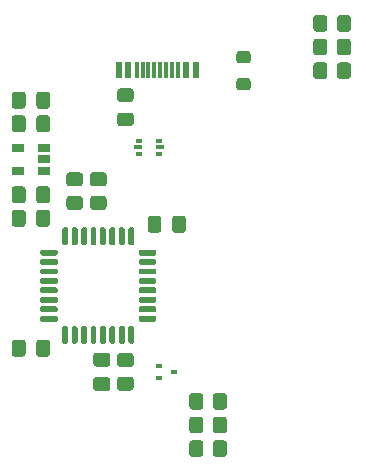
<source format=gbr>
%TF.GenerationSoftware,KiCad,Pcbnew,5.1.10*%
%TF.CreationDate,2021-10-11T19:57:22-04:00*%
%TF.ProjectId,6_key_macro,365f6b65-795f-46d6-9163-726f2e6b6963,rev?*%
%TF.SameCoordinates,Original*%
%TF.FileFunction,Paste,Top*%
%TF.FilePolarity,Positive*%
%FSLAX46Y46*%
G04 Gerber Fmt 4.6, Leading zero omitted, Abs format (unit mm)*
G04 Created by KiCad (PCBNEW 5.1.10) date 2021-10-11 19:57:22*
%MOMM*%
%LPD*%
G01*
G04 APERTURE LIST*
%ADD10R,1.060000X0.650000*%
%ADD11R,0.510000X0.400000*%
%ADD12R,0.500000X0.375000*%
%ADD13R,0.650000X0.300000*%
%ADD14R,0.600000X1.450000*%
%ADD15R,0.300000X1.450000*%
G04 APERTURE END LIST*
D10*
%TO.C,U3*%
X58400000Y-129950000D03*
X58400000Y-128050000D03*
X60600000Y-128050000D03*
X60600000Y-129000000D03*
X60600000Y-129950000D03*
%TD*%
%TO.C,R9*%
G36*
G01*
X74100000Y-153049999D02*
X74100000Y-153950001D01*
G75*
G02*
X73850001Y-154200000I-249999J0D01*
G01*
X73149999Y-154200000D01*
G75*
G02*
X72900000Y-153950001I0J249999D01*
G01*
X72900000Y-153049999D01*
G75*
G02*
X73149999Y-152800000I249999J0D01*
G01*
X73850001Y-152800000D01*
G75*
G02*
X74100000Y-153049999I0J-249999D01*
G01*
G37*
G36*
G01*
X76100000Y-153049999D02*
X76100000Y-153950001D01*
G75*
G02*
X75850001Y-154200000I-249999J0D01*
G01*
X75149999Y-154200000D01*
G75*
G02*
X74900000Y-153950001I0J249999D01*
G01*
X74900000Y-153049999D01*
G75*
G02*
X75149999Y-152800000I249999J0D01*
G01*
X75850001Y-152800000D01*
G75*
G02*
X76100000Y-153049999I0J-249999D01*
G01*
G37*
%TD*%
%TO.C,R8*%
G36*
G01*
X84600000Y-117049999D02*
X84600000Y-117950001D01*
G75*
G02*
X84350001Y-118200000I-249999J0D01*
G01*
X83649999Y-118200000D01*
G75*
G02*
X83400000Y-117950001I0J249999D01*
G01*
X83400000Y-117049999D01*
G75*
G02*
X83649999Y-116800000I249999J0D01*
G01*
X84350001Y-116800000D01*
G75*
G02*
X84600000Y-117049999I0J-249999D01*
G01*
G37*
G36*
G01*
X86600000Y-117049999D02*
X86600000Y-117950001D01*
G75*
G02*
X86350001Y-118200000I-249999J0D01*
G01*
X85649999Y-118200000D01*
G75*
G02*
X85400000Y-117950001I0J249999D01*
G01*
X85400000Y-117049999D01*
G75*
G02*
X85649999Y-116800000I249999J0D01*
G01*
X86350001Y-116800000D01*
G75*
G02*
X86600000Y-117049999I0J-249999D01*
G01*
G37*
%TD*%
%TO.C,R7*%
G36*
G01*
X84600000Y-119049999D02*
X84600000Y-119950001D01*
G75*
G02*
X84350001Y-120200000I-249999J0D01*
G01*
X83649999Y-120200000D01*
G75*
G02*
X83400000Y-119950001I0J249999D01*
G01*
X83400000Y-119049999D01*
G75*
G02*
X83649999Y-118800000I249999J0D01*
G01*
X84350001Y-118800000D01*
G75*
G02*
X84600000Y-119049999I0J-249999D01*
G01*
G37*
G36*
G01*
X86600000Y-119049999D02*
X86600000Y-119950001D01*
G75*
G02*
X86350001Y-120200000I-249999J0D01*
G01*
X85649999Y-120200000D01*
G75*
G02*
X85400000Y-119950001I0J249999D01*
G01*
X85400000Y-119049999D01*
G75*
G02*
X85649999Y-118800000I249999J0D01*
G01*
X86350001Y-118800000D01*
G75*
G02*
X86600000Y-119049999I0J-249999D01*
G01*
G37*
%TD*%
%TO.C,R6*%
G36*
G01*
X74100000Y-151049999D02*
X74100000Y-151950001D01*
G75*
G02*
X73850001Y-152200000I-249999J0D01*
G01*
X73149999Y-152200000D01*
G75*
G02*
X72900000Y-151950001I0J249999D01*
G01*
X72900000Y-151049999D01*
G75*
G02*
X73149999Y-150800000I249999J0D01*
G01*
X73850001Y-150800000D01*
G75*
G02*
X74100000Y-151049999I0J-249999D01*
G01*
G37*
G36*
G01*
X76100000Y-151049999D02*
X76100000Y-151950001D01*
G75*
G02*
X75850001Y-152200000I-249999J0D01*
G01*
X75149999Y-152200000D01*
G75*
G02*
X74900000Y-151950001I0J249999D01*
G01*
X74900000Y-151049999D01*
G75*
G02*
X75149999Y-150800000I249999J0D01*
G01*
X75850001Y-150800000D01*
G75*
G02*
X76100000Y-151049999I0J-249999D01*
G01*
G37*
%TD*%
%TO.C,R5*%
G36*
G01*
X84600000Y-121049999D02*
X84600000Y-121950001D01*
G75*
G02*
X84350001Y-122200000I-249999J0D01*
G01*
X83649999Y-122200000D01*
G75*
G02*
X83400000Y-121950001I0J249999D01*
G01*
X83400000Y-121049999D01*
G75*
G02*
X83649999Y-120800000I249999J0D01*
G01*
X84350001Y-120800000D01*
G75*
G02*
X84600000Y-121049999I0J-249999D01*
G01*
G37*
G36*
G01*
X86600000Y-121049999D02*
X86600000Y-121950001D01*
G75*
G02*
X86350001Y-122200000I-249999J0D01*
G01*
X85649999Y-122200000D01*
G75*
G02*
X85400000Y-121950001I0J249999D01*
G01*
X85400000Y-121049999D01*
G75*
G02*
X85649999Y-120800000I249999J0D01*
G01*
X86350001Y-120800000D01*
G75*
G02*
X86600000Y-121049999I0J-249999D01*
G01*
G37*
%TD*%
%TO.C,R4*%
G36*
G01*
X74100000Y-149049999D02*
X74100000Y-149950001D01*
G75*
G02*
X73850001Y-150200000I-249999J0D01*
G01*
X73149999Y-150200000D01*
G75*
G02*
X72900000Y-149950001I0J249999D01*
G01*
X72900000Y-149049999D01*
G75*
G02*
X73149999Y-148800000I249999J0D01*
G01*
X73850001Y-148800000D01*
G75*
G02*
X74100000Y-149049999I0J-249999D01*
G01*
G37*
G36*
G01*
X76100000Y-149049999D02*
X76100000Y-149950001D01*
G75*
G02*
X75850001Y-150200000I-249999J0D01*
G01*
X75149999Y-150200000D01*
G75*
G02*
X74900000Y-149950001I0J249999D01*
G01*
X74900000Y-149049999D01*
G75*
G02*
X75149999Y-148800000I249999J0D01*
G01*
X75850001Y-148800000D01*
G75*
G02*
X76100000Y-149049999I0J-249999D01*
G01*
G37*
%TD*%
%TO.C,R3*%
G36*
G01*
X67950001Y-146600000D02*
X67049999Y-146600000D01*
G75*
G02*
X66800000Y-146350001I0J249999D01*
G01*
X66800000Y-145649999D01*
G75*
G02*
X67049999Y-145400000I249999J0D01*
G01*
X67950001Y-145400000D01*
G75*
G02*
X68200000Y-145649999I0J-249999D01*
G01*
X68200000Y-146350001D01*
G75*
G02*
X67950001Y-146600000I-249999J0D01*
G01*
G37*
G36*
G01*
X67950001Y-148600000D02*
X67049999Y-148600000D01*
G75*
G02*
X66800000Y-148350001I0J249999D01*
G01*
X66800000Y-147649999D01*
G75*
G02*
X67049999Y-147400000I249999J0D01*
G01*
X67950001Y-147400000D01*
G75*
G02*
X68200000Y-147649999I0J-249999D01*
G01*
X68200000Y-148350001D01*
G75*
G02*
X67950001Y-148600000I-249999J0D01*
G01*
G37*
%TD*%
D11*
%TO.C,Q1*%
X70355000Y-147500000D03*
X71645000Y-147000000D03*
X70355000Y-146500000D03*
%TD*%
%TO.C,C7*%
G36*
G01*
X59950000Y-134475000D02*
X59950000Y-133525000D01*
G75*
G02*
X60200000Y-133275000I250000J0D01*
G01*
X60875000Y-133275000D01*
G75*
G02*
X61125000Y-133525000I0J-250000D01*
G01*
X61125000Y-134475000D01*
G75*
G02*
X60875000Y-134725000I-250000J0D01*
G01*
X60200000Y-134725000D01*
G75*
G02*
X59950000Y-134475000I0J250000D01*
G01*
G37*
G36*
G01*
X57875000Y-134475000D02*
X57875000Y-133525000D01*
G75*
G02*
X58125000Y-133275000I250000J0D01*
G01*
X58800000Y-133275000D01*
G75*
G02*
X59050000Y-133525000I0J-250000D01*
G01*
X59050000Y-134475000D01*
G75*
G02*
X58800000Y-134725000I-250000J0D01*
G01*
X58125000Y-134725000D01*
G75*
G02*
X57875000Y-134475000I0J250000D01*
G01*
G37*
%TD*%
%TO.C,C6*%
G36*
G01*
X59950000Y-132475000D02*
X59950000Y-131525000D01*
G75*
G02*
X60200000Y-131275000I250000J0D01*
G01*
X60875000Y-131275000D01*
G75*
G02*
X61125000Y-131525000I0J-250000D01*
G01*
X61125000Y-132475000D01*
G75*
G02*
X60875000Y-132725000I-250000J0D01*
G01*
X60200000Y-132725000D01*
G75*
G02*
X59950000Y-132475000I0J250000D01*
G01*
G37*
G36*
G01*
X57875000Y-132475000D02*
X57875000Y-131525000D01*
G75*
G02*
X58125000Y-131275000I250000J0D01*
G01*
X58800000Y-131275000D01*
G75*
G02*
X59050000Y-131525000I0J-250000D01*
G01*
X59050000Y-132475000D01*
G75*
G02*
X58800000Y-132725000I-250000J0D01*
G01*
X58125000Y-132725000D01*
G75*
G02*
X57875000Y-132475000I0J250000D01*
G01*
G37*
%TD*%
%TO.C,C5*%
G36*
G01*
X59050000Y-123525000D02*
X59050000Y-124475000D01*
G75*
G02*
X58800000Y-124725000I-250000J0D01*
G01*
X58125000Y-124725000D01*
G75*
G02*
X57875000Y-124475000I0J250000D01*
G01*
X57875000Y-123525000D01*
G75*
G02*
X58125000Y-123275000I250000J0D01*
G01*
X58800000Y-123275000D01*
G75*
G02*
X59050000Y-123525000I0J-250000D01*
G01*
G37*
G36*
G01*
X61125000Y-123525000D02*
X61125000Y-124475000D01*
G75*
G02*
X60875000Y-124725000I-250000J0D01*
G01*
X60200000Y-124725000D01*
G75*
G02*
X59950000Y-124475000I0J250000D01*
G01*
X59950000Y-123525000D01*
G75*
G02*
X60200000Y-123275000I250000J0D01*
G01*
X60875000Y-123275000D01*
G75*
G02*
X61125000Y-123525000I0J-250000D01*
G01*
G37*
%TD*%
%TO.C,C4*%
G36*
G01*
X59050000Y-125525000D02*
X59050000Y-126475000D01*
G75*
G02*
X58800000Y-126725000I-250000J0D01*
G01*
X58125000Y-126725000D01*
G75*
G02*
X57875000Y-126475000I0J250000D01*
G01*
X57875000Y-125525000D01*
G75*
G02*
X58125000Y-125275000I250000J0D01*
G01*
X58800000Y-125275000D01*
G75*
G02*
X59050000Y-125525000I0J-250000D01*
G01*
G37*
G36*
G01*
X61125000Y-125525000D02*
X61125000Y-126475000D01*
G75*
G02*
X60875000Y-126725000I-250000J0D01*
G01*
X60200000Y-126725000D01*
G75*
G02*
X59950000Y-126475000I0J250000D01*
G01*
X59950000Y-125525000D01*
G75*
G02*
X60200000Y-125275000I250000J0D01*
G01*
X60875000Y-125275000D01*
G75*
G02*
X61125000Y-125525000I0J-250000D01*
G01*
G37*
%TD*%
%TO.C,U1*%
G36*
G01*
X61650000Y-142750000D02*
X60400000Y-142750000D01*
G75*
G02*
X60275000Y-142625000I0J125000D01*
G01*
X60275000Y-142375000D01*
G75*
G02*
X60400000Y-142250000I125000J0D01*
G01*
X61650000Y-142250000D01*
G75*
G02*
X61775000Y-142375000I0J-125000D01*
G01*
X61775000Y-142625000D01*
G75*
G02*
X61650000Y-142750000I-125000J0D01*
G01*
G37*
G36*
G01*
X61650000Y-141950000D02*
X60400000Y-141950000D01*
G75*
G02*
X60275000Y-141825000I0J125000D01*
G01*
X60275000Y-141575000D01*
G75*
G02*
X60400000Y-141450000I125000J0D01*
G01*
X61650000Y-141450000D01*
G75*
G02*
X61775000Y-141575000I0J-125000D01*
G01*
X61775000Y-141825000D01*
G75*
G02*
X61650000Y-141950000I-125000J0D01*
G01*
G37*
G36*
G01*
X61650000Y-141150000D02*
X60400000Y-141150000D01*
G75*
G02*
X60275000Y-141025000I0J125000D01*
G01*
X60275000Y-140775000D01*
G75*
G02*
X60400000Y-140650000I125000J0D01*
G01*
X61650000Y-140650000D01*
G75*
G02*
X61775000Y-140775000I0J-125000D01*
G01*
X61775000Y-141025000D01*
G75*
G02*
X61650000Y-141150000I-125000J0D01*
G01*
G37*
G36*
G01*
X61650000Y-140350000D02*
X60400000Y-140350000D01*
G75*
G02*
X60275000Y-140225000I0J125000D01*
G01*
X60275000Y-139975000D01*
G75*
G02*
X60400000Y-139850000I125000J0D01*
G01*
X61650000Y-139850000D01*
G75*
G02*
X61775000Y-139975000I0J-125000D01*
G01*
X61775000Y-140225000D01*
G75*
G02*
X61650000Y-140350000I-125000J0D01*
G01*
G37*
G36*
G01*
X61650000Y-139550000D02*
X60400000Y-139550000D01*
G75*
G02*
X60275000Y-139425000I0J125000D01*
G01*
X60275000Y-139175000D01*
G75*
G02*
X60400000Y-139050000I125000J0D01*
G01*
X61650000Y-139050000D01*
G75*
G02*
X61775000Y-139175000I0J-125000D01*
G01*
X61775000Y-139425000D01*
G75*
G02*
X61650000Y-139550000I-125000J0D01*
G01*
G37*
G36*
G01*
X61650000Y-138750000D02*
X60400000Y-138750000D01*
G75*
G02*
X60275000Y-138625000I0J125000D01*
G01*
X60275000Y-138375000D01*
G75*
G02*
X60400000Y-138250000I125000J0D01*
G01*
X61650000Y-138250000D01*
G75*
G02*
X61775000Y-138375000I0J-125000D01*
G01*
X61775000Y-138625000D01*
G75*
G02*
X61650000Y-138750000I-125000J0D01*
G01*
G37*
G36*
G01*
X61650000Y-137950000D02*
X60400000Y-137950000D01*
G75*
G02*
X60275000Y-137825000I0J125000D01*
G01*
X60275000Y-137575000D01*
G75*
G02*
X60400000Y-137450000I125000J0D01*
G01*
X61650000Y-137450000D01*
G75*
G02*
X61775000Y-137575000I0J-125000D01*
G01*
X61775000Y-137825000D01*
G75*
G02*
X61650000Y-137950000I-125000J0D01*
G01*
G37*
G36*
G01*
X61650000Y-137150000D02*
X60400000Y-137150000D01*
G75*
G02*
X60275000Y-137025000I0J125000D01*
G01*
X60275000Y-136775000D01*
G75*
G02*
X60400000Y-136650000I125000J0D01*
G01*
X61650000Y-136650000D01*
G75*
G02*
X61775000Y-136775000I0J-125000D01*
G01*
X61775000Y-137025000D01*
G75*
G02*
X61650000Y-137150000I-125000J0D01*
G01*
G37*
G36*
G01*
X62525000Y-136275000D02*
X62275000Y-136275000D01*
G75*
G02*
X62150000Y-136150000I0J125000D01*
G01*
X62150000Y-134900000D01*
G75*
G02*
X62275000Y-134775000I125000J0D01*
G01*
X62525000Y-134775000D01*
G75*
G02*
X62650000Y-134900000I0J-125000D01*
G01*
X62650000Y-136150000D01*
G75*
G02*
X62525000Y-136275000I-125000J0D01*
G01*
G37*
G36*
G01*
X63325000Y-136275000D02*
X63075000Y-136275000D01*
G75*
G02*
X62950000Y-136150000I0J125000D01*
G01*
X62950000Y-134900000D01*
G75*
G02*
X63075000Y-134775000I125000J0D01*
G01*
X63325000Y-134775000D01*
G75*
G02*
X63450000Y-134900000I0J-125000D01*
G01*
X63450000Y-136150000D01*
G75*
G02*
X63325000Y-136275000I-125000J0D01*
G01*
G37*
G36*
G01*
X64125000Y-136275000D02*
X63875000Y-136275000D01*
G75*
G02*
X63750000Y-136150000I0J125000D01*
G01*
X63750000Y-134900000D01*
G75*
G02*
X63875000Y-134775000I125000J0D01*
G01*
X64125000Y-134775000D01*
G75*
G02*
X64250000Y-134900000I0J-125000D01*
G01*
X64250000Y-136150000D01*
G75*
G02*
X64125000Y-136275000I-125000J0D01*
G01*
G37*
G36*
G01*
X64925000Y-136275000D02*
X64675000Y-136275000D01*
G75*
G02*
X64550000Y-136150000I0J125000D01*
G01*
X64550000Y-134900000D01*
G75*
G02*
X64675000Y-134775000I125000J0D01*
G01*
X64925000Y-134775000D01*
G75*
G02*
X65050000Y-134900000I0J-125000D01*
G01*
X65050000Y-136150000D01*
G75*
G02*
X64925000Y-136275000I-125000J0D01*
G01*
G37*
G36*
G01*
X65725000Y-136275000D02*
X65475000Y-136275000D01*
G75*
G02*
X65350000Y-136150000I0J125000D01*
G01*
X65350000Y-134900000D01*
G75*
G02*
X65475000Y-134775000I125000J0D01*
G01*
X65725000Y-134775000D01*
G75*
G02*
X65850000Y-134900000I0J-125000D01*
G01*
X65850000Y-136150000D01*
G75*
G02*
X65725000Y-136275000I-125000J0D01*
G01*
G37*
G36*
G01*
X66525000Y-136275000D02*
X66275000Y-136275000D01*
G75*
G02*
X66150000Y-136150000I0J125000D01*
G01*
X66150000Y-134900000D01*
G75*
G02*
X66275000Y-134775000I125000J0D01*
G01*
X66525000Y-134775000D01*
G75*
G02*
X66650000Y-134900000I0J-125000D01*
G01*
X66650000Y-136150000D01*
G75*
G02*
X66525000Y-136275000I-125000J0D01*
G01*
G37*
G36*
G01*
X67325000Y-136275000D02*
X67075000Y-136275000D01*
G75*
G02*
X66950000Y-136150000I0J125000D01*
G01*
X66950000Y-134900000D01*
G75*
G02*
X67075000Y-134775000I125000J0D01*
G01*
X67325000Y-134775000D01*
G75*
G02*
X67450000Y-134900000I0J-125000D01*
G01*
X67450000Y-136150000D01*
G75*
G02*
X67325000Y-136275000I-125000J0D01*
G01*
G37*
G36*
G01*
X68125000Y-136275000D02*
X67875000Y-136275000D01*
G75*
G02*
X67750000Y-136150000I0J125000D01*
G01*
X67750000Y-134900000D01*
G75*
G02*
X67875000Y-134775000I125000J0D01*
G01*
X68125000Y-134775000D01*
G75*
G02*
X68250000Y-134900000I0J-125000D01*
G01*
X68250000Y-136150000D01*
G75*
G02*
X68125000Y-136275000I-125000J0D01*
G01*
G37*
G36*
G01*
X70000000Y-137150000D02*
X68750000Y-137150000D01*
G75*
G02*
X68625000Y-137025000I0J125000D01*
G01*
X68625000Y-136775000D01*
G75*
G02*
X68750000Y-136650000I125000J0D01*
G01*
X70000000Y-136650000D01*
G75*
G02*
X70125000Y-136775000I0J-125000D01*
G01*
X70125000Y-137025000D01*
G75*
G02*
X70000000Y-137150000I-125000J0D01*
G01*
G37*
G36*
G01*
X70000000Y-137950000D02*
X68750000Y-137950000D01*
G75*
G02*
X68625000Y-137825000I0J125000D01*
G01*
X68625000Y-137575000D01*
G75*
G02*
X68750000Y-137450000I125000J0D01*
G01*
X70000000Y-137450000D01*
G75*
G02*
X70125000Y-137575000I0J-125000D01*
G01*
X70125000Y-137825000D01*
G75*
G02*
X70000000Y-137950000I-125000J0D01*
G01*
G37*
G36*
G01*
X70000000Y-138750000D02*
X68750000Y-138750000D01*
G75*
G02*
X68625000Y-138625000I0J125000D01*
G01*
X68625000Y-138375000D01*
G75*
G02*
X68750000Y-138250000I125000J0D01*
G01*
X70000000Y-138250000D01*
G75*
G02*
X70125000Y-138375000I0J-125000D01*
G01*
X70125000Y-138625000D01*
G75*
G02*
X70000000Y-138750000I-125000J0D01*
G01*
G37*
G36*
G01*
X70000000Y-139550000D02*
X68750000Y-139550000D01*
G75*
G02*
X68625000Y-139425000I0J125000D01*
G01*
X68625000Y-139175000D01*
G75*
G02*
X68750000Y-139050000I125000J0D01*
G01*
X70000000Y-139050000D01*
G75*
G02*
X70125000Y-139175000I0J-125000D01*
G01*
X70125000Y-139425000D01*
G75*
G02*
X70000000Y-139550000I-125000J0D01*
G01*
G37*
G36*
G01*
X70000000Y-140350000D02*
X68750000Y-140350000D01*
G75*
G02*
X68625000Y-140225000I0J125000D01*
G01*
X68625000Y-139975000D01*
G75*
G02*
X68750000Y-139850000I125000J0D01*
G01*
X70000000Y-139850000D01*
G75*
G02*
X70125000Y-139975000I0J-125000D01*
G01*
X70125000Y-140225000D01*
G75*
G02*
X70000000Y-140350000I-125000J0D01*
G01*
G37*
G36*
G01*
X70000000Y-141150000D02*
X68750000Y-141150000D01*
G75*
G02*
X68625000Y-141025000I0J125000D01*
G01*
X68625000Y-140775000D01*
G75*
G02*
X68750000Y-140650000I125000J0D01*
G01*
X70000000Y-140650000D01*
G75*
G02*
X70125000Y-140775000I0J-125000D01*
G01*
X70125000Y-141025000D01*
G75*
G02*
X70000000Y-141150000I-125000J0D01*
G01*
G37*
G36*
G01*
X70000000Y-141950000D02*
X68750000Y-141950000D01*
G75*
G02*
X68625000Y-141825000I0J125000D01*
G01*
X68625000Y-141575000D01*
G75*
G02*
X68750000Y-141450000I125000J0D01*
G01*
X70000000Y-141450000D01*
G75*
G02*
X70125000Y-141575000I0J-125000D01*
G01*
X70125000Y-141825000D01*
G75*
G02*
X70000000Y-141950000I-125000J0D01*
G01*
G37*
G36*
G01*
X70000000Y-142750000D02*
X68750000Y-142750000D01*
G75*
G02*
X68625000Y-142625000I0J125000D01*
G01*
X68625000Y-142375000D01*
G75*
G02*
X68750000Y-142250000I125000J0D01*
G01*
X70000000Y-142250000D01*
G75*
G02*
X70125000Y-142375000I0J-125000D01*
G01*
X70125000Y-142625000D01*
G75*
G02*
X70000000Y-142750000I-125000J0D01*
G01*
G37*
G36*
G01*
X68125000Y-144625000D02*
X67875000Y-144625000D01*
G75*
G02*
X67750000Y-144500000I0J125000D01*
G01*
X67750000Y-143250000D01*
G75*
G02*
X67875000Y-143125000I125000J0D01*
G01*
X68125000Y-143125000D01*
G75*
G02*
X68250000Y-143250000I0J-125000D01*
G01*
X68250000Y-144500000D01*
G75*
G02*
X68125000Y-144625000I-125000J0D01*
G01*
G37*
G36*
G01*
X67325000Y-144625000D02*
X67075000Y-144625000D01*
G75*
G02*
X66950000Y-144500000I0J125000D01*
G01*
X66950000Y-143250000D01*
G75*
G02*
X67075000Y-143125000I125000J0D01*
G01*
X67325000Y-143125000D01*
G75*
G02*
X67450000Y-143250000I0J-125000D01*
G01*
X67450000Y-144500000D01*
G75*
G02*
X67325000Y-144625000I-125000J0D01*
G01*
G37*
G36*
G01*
X66525000Y-144625000D02*
X66275000Y-144625000D01*
G75*
G02*
X66150000Y-144500000I0J125000D01*
G01*
X66150000Y-143250000D01*
G75*
G02*
X66275000Y-143125000I125000J0D01*
G01*
X66525000Y-143125000D01*
G75*
G02*
X66650000Y-143250000I0J-125000D01*
G01*
X66650000Y-144500000D01*
G75*
G02*
X66525000Y-144625000I-125000J0D01*
G01*
G37*
G36*
G01*
X65725000Y-144625000D02*
X65475000Y-144625000D01*
G75*
G02*
X65350000Y-144500000I0J125000D01*
G01*
X65350000Y-143250000D01*
G75*
G02*
X65475000Y-143125000I125000J0D01*
G01*
X65725000Y-143125000D01*
G75*
G02*
X65850000Y-143250000I0J-125000D01*
G01*
X65850000Y-144500000D01*
G75*
G02*
X65725000Y-144625000I-125000J0D01*
G01*
G37*
G36*
G01*
X64925000Y-144625000D02*
X64675000Y-144625000D01*
G75*
G02*
X64550000Y-144500000I0J125000D01*
G01*
X64550000Y-143250000D01*
G75*
G02*
X64675000Y-143125000I125000J0D01*
G01*
X64925000Y-143125000D01*
G75*
G02*
X65050000Y-143250000I0J-125000D01*
G01*
X65050000Y-144500000D01*
G75*
G02*
X64925000Y-144625000I-125000J0D01*
G01*
G37*
G36*
G01*
X64125000Y-144625000D02*
X63875000Y-144625000D01*
G75*
G02*
X63750000Y-144500000I0J125000D01*
G01*
X63750000Y-143250000D01*
G75*
G02*
X63875000Y-143125000I125000J0D01*
G01*
X64125000Y-143125000D01*
G75*
G02*
X64250000Y-143250000I0J-125000D01*
G01*
X64250000Y-144500000D01*
G75*
G02*
X64125000Y-144625000I-125000J0D01*
G01*
G37*
G36*
G01*
X63325000Y-144625000D02*
X63075000Y-144625000D01*
G75*
G02*
X62950000Y-144500000I0J125000D01*
G01*
X62950000Y-143250000D01*
G75*
G02*
X63075000Y-143125000I125000J0D01*
G01*
X63325000Y-143125000D01*
G75*
G02*
X63450000Y-143250000I0J-125000D01*
G01*
X63450000Y-144500000D01*
G75*
G02*
X63325000Y-144625000I-125000J0D01*
G01*
G37*
G36*
G01*
X62525000Y-144625000D02*
X62275000Y-144625000D01*
G75*
G02*
X62150000Y-144500000I0J125000D01*
G01*
X62150000Y-143250000D01*
G75*
G02*
X62275000Y-143125000I125000J0D01*
G01*
X62525000Y-143125000D01*
G75*
G02*
X62650000Y-143250000I0J-125000D01*
G01*
X62650000Y-144500000D01*
G75*
G02*
X62525000Y-144625000I-125000J0D01*
G01*
G37*
%TD*%
%TO.C,R1*%
G36*
G01*
X64749999Y-132100000D02*
X65650001Y-132100000D01*
G75*
G02*
X65900000Y-132349999I0J-249999D01*
G01*
X65900000Y-133050001D01*
G75*
G02*
X65650001Y-133300000I-249999J0D01*
G01*
X64749999Y-133300000D01*
G75*
G02*
X64500000Y-133050001I0J249999D01*
G01*
X64500000Y-132349999D01*
G75*
G02*
X64749999Y-132100000I249999J0D01*
G01*
G37*
G36*
G01*
X64749999Y-130100000D02*
X65650001Y-130100000D01*
G75*
G02*
X65900000Y-130349999I0J-249999D01*
G01*
X65900000Y-131050001D01*
G75*
G02*
X65650001Y-131300000I-249999J0D01*
G01*
X64749999Y-131300000D01*
G75*
G02*
X64500000Y-131050001I0J249999D01*
G01*
X64500000Y-130349999D01*
G75*
G02*
X64749999Y-130100000I249999J0D01*
G01*
G37*
%TD*%
%TO.C,R2*%
G36*
G01*
X62749999Y-132100000D02*
X63650001Y-132100000D01*
G75*
G02*
X63900000Y-132349999I0J-249999D01*
G01*
X63900000Y-133050001D01*
G75*
G02*
X63650001Y-133300000I-249999J0D01*
G01*
X62749999Y-133300000D01*
G75*
G02*
X62500000Y-133050001I0J249999D01*
G01*
X62500000Y-132349999D01*
G75*
G02*
X62749999Y-132100000I249999J0D01*
G01*
G37*
G36*
G01*
X62749999Y-130100000D02*
X63650001Y-130100000D01*
G75*
G02*
X63900000Y-130349999I0J-249999D01*
G01*
X63900000Y-131050001D01*
G75*
G02*
X63650001Y-131300000I-249999J0D01*
G01*
X62749999Y-131300000D01*
G75*
G02*
X62500000Y-131050001I0J249999D01*
G01*
X62500000Y-130349999D01*
G75*
G02*
X62749999Y-130100000I249999J0D01*
G01*
G37*
%TD*%
%TO.C,C3*%
G36*
G01*
X65025000Y-147450000D02*
X65975000Y-147450000D01*
G75*
G02*
X66225000Y-147700000I0J-250000D01*
G01*
X66225000Y-148375000D01*
G75*
G02*
X65975000Y-148625000I-250000J0D01*
G01*
X65025000Y-148625000D01*
G75*
G02*
X64775000Y-148375000I0J250000D01*
G01*
X64775000Y-147700000D01*
G75*
G02*
X65025000Y-147450000I250000J0D01*
G01*
G37*
G36*
G01*
X65025000Y-145375000D02*
X65975000Y-145375000D01*
G75*
G02*
X66225000Y-145625000I0J-250000D01*
G01*
X66225000Y-146300000D01*
G75*
G02*
X65975000Y-146550000I-250000J0D01*
G01*
X65025000Y-146550000D01*
G75*
G02*
X64775000Y-146300000I0J250000D01*
G01*
X64775000Y-145625000D01*
G75*
G02*
X65025000Y-145375000I250000J0D01*
G01*
G37*
%TD*%
%TO.C,C2*%
G36*
G01*
X59050000Y-144525000D02*
X59050000Y-145475000D01*
G75*
G02*
X58800000Y-145725000I-250000J0D01*
G01*
X58125000Y-145725000D01*
G75*
G02*
X57875000Y-145475000I0J250000D01*
G01*
X57875000Y-144525000D01*
G75*
G02*
X58125000Y-144275000I250000J0D01*
G01*
X58800000Y-144275000D01*
G75*
G02*
X59050000Y-144525000I0J-250000D01*
G01*
G37*
G36*
G01*
X61125000Y-144525000D02*
X61125000Y-145475000D01*
G75*
G02*
X60875000Y-145725000I-250000J0D01*
G01*
X60200000Y-145725000D01*
G75*
G02*
X59950000Y-145475000I0J250000D01*
G01*
X59950000Y-144525000D01*
G75*
G02*
X60200000Y-144275000I250000J0D01*
G01*
X60875000Y-144275000D01*
G75*
G02*
X61125000Y-144525000I0J-250000D01*
G01*
G37*
%TD*%
%TO.C,C1*%
G36*
G01*
X71450000Y-134975000D02*
X71450000Y-134025000D01*
G75*
G02*
X71700000Y-133775000I250000J0D01*
G01*
X72375000Y-133775000D01*
G75*
G02*
X72625000Y-134025000I0J-250000D01*
G01*
X72625000Y-134975000D01*
G75*
G02*
X72375000Y-135225000I-250000J0D01*
G01*
X71700000Y-135225000D01*
G75*
G02*
X71450000Y-134975000I0J250000D01*
G01*
G37*
G36*
G01*
X69375000Y-134975000D02*
X69375000Y-134025000D01*
G75*
G02*
X69625000Y-133775000I250000J0D01*
G01*
X70300000Y-133775000D01*
G75*
G02*
X70550000Y-134025000I0J-250000D01*
G01*
X70550000Y-134975000D01*
G75*
G02*
X70300000Y-135225000I-250000J0D01*
G01*
X69625000Y-135225000D01*
G75*
G02*
X69375000Y-134975000I0J250000D01*
G01*
G37*
%TD*%
D12*
%TO.C,U2*%
X68650000Y-128537500D03*
X68650000Y-127462500D03*
D13*
X70425000Y-128000000D03*
X68575000Y-128000000D03*
D12*
X70350000Y-127462500D03*
X70350000Y-128537500D03*
%TD*%
%TO.C,FB1*%
G36*
G01*
X77850001Y-120875000D02*
X77149999Y-120875000D01*
G75*
G02*
X76900000Y-120625001I0J249999D01*
G01*
X76900000Y-120074999D01*
G75*
G02*
X77149999Y-119825000I249999J0D01*
G01*
X77850001Y-119825000D01*
G75*
G02*
X78100000Y-120074999I0J-249999D01*
G01*
X78100000Y-120625001D01*
G75*
G02*
X77850001Y-120875000I-249999J0D01*
G01*
G37*
G36*
G01*
X77850001Y-123175000D02*
X77149999Y-123175000D01*
G75*
G02*
X76900000Y-122925001I0J249999D01*
G01*
X76900000Y-122374999D01*
G75*
G02*
X77149999Y-122125000I249999J0D01*
G01*
X77850001Y-122125000D01*
G75*
G02*
X78100000Y-122374999I0J-249999D01*
G01*
X78100000Y-122925001D01*
G75*
G02*
X77850001Y-123175000I-249999J0D01*
G01*
G37*
%TD*%
%TO.C,F1*%
G36*
G01*
X67950001Y-124150000D02*
X67049999Y-124150000D01*
G75*
G02*
X66800000Y-123900001I0J249999D01*
G01*
X66800000Y-123249999D01*
G75*
G02*
X67049999Y-123000000I249999J0D01*
G01*
X67950001Y-123000000D01*
G75*
G02*
X68200000Y-123249999I0J-249999D01*
G01*
X68200000Y-123900001D01*
G75*
G02*
X67950001Y-124150000I-249999J0D01*
G01*
G37*
G36*
G01*
X67950001Y-126200000D02*
X67049999Y-126200000D01*
G75*
G02*
X66800000Y-125950001I0J249999D01*
G01*
X66800000Y-125299999D01*
G75*
G02*
X67049999Y-125050000I249999J0D01*
G01*
X67950001Y-125050000D01*
G75*
G02*
X68200000Y-125299999I0J-249999D01*
G01*
X68200000Y-125950001D01*
G75*
G02*
X67950001Y-126200000I-249999J0D01*
G01*
G37*
%TD*%
D14*
%TO.C,P1*%
X66950000Y-121445000D03*
X67750000Y-121445000D03*
X72650000Y-121445000D03*
X73450000Y-121445000D03*
X73450000Y-121445000D03*
X72650000Y-121445000D03*
X67750000Y-121445000D03*
X66950000Y-121445000D03*
D15*
X71950000Y-121445000D03*
X71450000Y-121445000D03*
X70950000Y-121445000D03*
X69950000Y-121445000D03*
X69450000Y-121445000D03*
X68950000Y-121445000D03*
X68450000Y-121445000D03*
X70450000Y-121445000D03*
%TD*%
M02*

</source>
